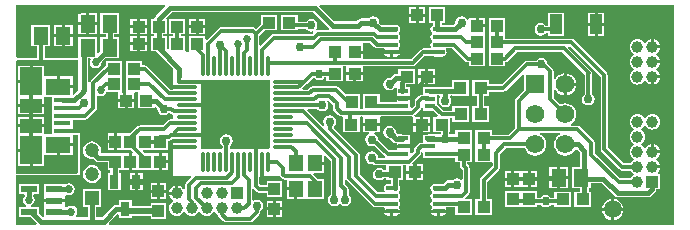
<source format=gtl>
G04 Layer_Physical_Order=1*
G04 Layer_Color=255*
%FSLAX23Y23*%
%MOIN*%
G70*
G01*
G75*
%ADD10R,0.057X0.022*%
%ADD11R,0.039X0.043*%
%ADD12R,0.051X0.059*%
%ADD13R,0.043X0.039*%
%ADD14R,0.031X0.047*%
%ADD15R,0.039X0.067*%
%ADD16O,0.071X0.012*%
%ADD17O,0.012X0.071*%
%ADD18R,0.033X0.016*%
%ADD19R,0.047X0.055*%
%ADD20R,0.083X0.058*%
%ADD21R,0.054X0.018*%
%ADD22R,0.075X0.046*%
%ADD23R,0.075X0.094*%
%ADD24O,0.041X0.016*%
%ADD25C,0.016*%
%ADD26C,0.012*%
%ADD27C,0.020*%
%ADD28C,0.010*%
%ADD29C,0.047*%
%ADD30R,0.047X0.047*%
%ADD31R,0.039X0.039*%
%ADD32C,0.039*%
%ADD33R,0.039X0.039*%
%ADD34C,0.059*%
%ADD35C,0.062*%
%ADD36R,0.062X0.062*%
%ADD37C,0.030*%
%ADD38C,0.027*%
G36*
X657Y1577D02*
X625Y1545D01*
X622Y1541D01*
X621Y1536D01*
X608D01*
Y1484D01*
X621D01*
Y1479D01*
X608D01*
Y1427D01*
X626D01*
X684Y1369D01*
X684Y1299D01*
X675D01*
X597Y1378D01*
X593Y1380D01*
X588Y1381D01*
X588Y1381D01*
X581D01*
Y1395D01*
X526D01*
Y1343D01*
Y1294D01*
X526Y1293D01*
X525Y1289D01*
X515D01*
X514Y1293D01*
X514Y1294D01*
Y1343D01*
Y1395D01*
X459D01*
Y1380D01*
X456Y1379D01*
X456Y1379D01*
X408Y1330D01*
X405Y1326D01*
X405Y1325D01*
X400Y1326D01*
Y1405D01*
X406D01*
X408Y1401D01*
X407Y1399D01*
X405Y1391D01*
X407Y1383D01*
X411Y1377D01*
X417Y1373D01*
X425Y1371D01*
X433Y1373D01*
X439Y1377D01*
X443Y1383D01*
X445Y1391D01*
X445Y1393D01*
X457Y1405D01*
X504D01*
Y1476D01*
X487D01*
Y1485D01*
X504D01*
Y1556D01*
X441D01*
Y1485D01*
X458D01*
Y1476D01*
X441D01*
Y1429D01*
X434Y1422D01*
X429Y1424D01*
Y1476D01*
X366D01*
Y1410D01*
X362Y1406D01*
X255Y1406D01*
Y1444D01*
X274D01*
Y1516D01*
X211D01*
Y1444D01*
X230D01*
Y1410D01*
X227Y1406D01*
X165D01*
X161Y1409D01*
Y1582D01*
X655D01*
X657Y1577D01*
D02*
G37*
G36*
X2352Y850D02*
X470D01*
X468Y855D01*
X497Y884D01*
X502Y882D01*
Y873D01*
X546D01*
Y879D01*
X608D01*
Y867D01*
X660D01*
Y922D01*
X608D01*
Y911D01*
X546D01*
Y932D01*
X502D01*
Y915D01*
X494D01*
X488Y914D01*
X484Y911D01*
X447Y874D01*
X427D01*
Y910D01*
X443D01*
Y969D01*
X383D01*
Y910D01*
X399D01*
Y874D01*
X360D01*
X358Y878D01*
X358Y879D01*
X362Y885D01*
X364Y893D01*
X362Y901D01*
X358Y907D01*
X352Y911D01*
X344Y913D01*
X336Y911D01*
X330Y907D01*
X330Y907D01*
X325D01*
X322Y909D01*
Y913D01*
X322Y914D01*
Y925D01*
X253D01*
Y914D01*
X253Y913D01*
Y909D01*
X253Y908D01*
Y878D01*
X248Y876D01*
X237Y887D01*
Y909D01*
X212D01*
X211Y912D01*
X211Y914D01*
X217Y918D01*
X221Y925D01*
X223Y932D01*
X221Y940D01*
X217Y946D01*
X219Y951D01*
X237D01*
Y984D01*
X168D01*
Y951D01*
X187D01*
X188Y946D01*
X184Y940D01*
X183Y932D01*
X184Y925D01*
X189Y918D01*
X194Y914D01*
X194Y912D01*
X194Y909D01*
X168D01*
Y876D01*
X208D01*
X229Y855D01*
X227Y850D01*
X161D01*
Y1014D01*
X364D01*
X368Y1015D01*
X372Y1019D01*
X374Y1024D01*
Y1149D01*
X372Y1154D01*
X367Y1156D01*
X348D01*
X348Y1156D01*
Y1157D01*
X314D01*
Y1167D01*
X348D01*
Y1200D01*
X390D01*
X390Y1200D01*
X395Y1201D01*
X399Y1204D01*
X426Y1230D01*
X428Y1234D01*
X429Y1239D01*
X429Y1239D01*
Y1278D01*
X434Y1280D01*
X434Y1280D01*
X442Y1278D01*
X450Y1280D01*
X456Y1284D01*
X460Y1290D01*
X461Y1293D01*
X498D01*
X499Y1289D01*
X499Y1288D01*
Y1268D01*
X554D01*
Y1288D01*
X554Y1289D01*
X555Y1293D01*
X565D01*
X566Y1289D01*
X566Y1289D01*
X566Y1289D01*
Y1237D01*
X621D01*
Y1240D01*
X626Y1242D01*
X631Y1237D01*
X631Y1236D01*
X632Y1228D01*
X637Y1221D01*
X644Y1216D01*
X652Y1215D01*
X660Y1216D01*
X667Y1221D01*
X668Y1222D01*
X674Y1222D01*
X677Y1219D01*
X677Y1219D01*
X681Y1217D01*
X684Y1216D01*
Y1201D01*
X674D01*
X669Y1200D01*
X665Y1197D01*
X665Y1197D01*
X649Y1181D01*
X573D01*
X568Y1180D01*
X564Y1178D01*
X564Y1178D01*
X541Y1154D01*
X515D01*
Y1154D01*
X496D01*
Y1126D01*
Y1099D01*
X517D01*
Y1099D01*
X543D01*
X550Y1092D01*
X548Y1087D01*
X546D01*
Y1060D01*
Y1032D01*
X617D01*
Y1032D01*
X636D01*
Y1060D01*
Y1087D01*
X615D01*
Y1087D01*
X589D01*
X582Y1094D01*
X584Y1099D01*
X667D01*
Y1127D01*
X670Y1130D01*
X675Y1131D01*
X679Y1133D01*
X679Y1134D01*
X684Y1132D01*
X684Y1016D01*
X684Y1013D01*
X685Y1012D01*
X688Y1012D01*
X742D01*
X744Y1007D01*
X726Y990D01*
X724Y986D01*
X723Y981D01*
X723Y981D01*
Y968D01*
X718Y967D01*
X717Y968D01*
X713Y973D01*
X708Y977D01*
X702Y980D01*
X700Y980D01*
Y955D01*
X695D01*
Y950D01*
X670D01*
X670Y948D01*
X673Y942D01*
X677Y937D01*
X682Y933D01*
X682Y930D01*
Y930D01*
X682Y927D01*
X677Y923D01*
X673Y918D01*
X670Y912D01*
X669Y905D01*
X670Y898D01*
X673Y892D01*
X677Y887D01*
X682Y883D01*
X688Y880D01*
X695Y879D01*
X702Y880D01*
X708Y883D01*
X713Y887D01*
X717Y892D01*
X720Y892D01*
X720D01*
X723Y892D01*
X727Y887D01*
X732Y883D01*
X738Y880D01*
X745Y879D01*
X752Y880D01*
X758Y883D01*
X763Y887D01*
X767Y892D01*
X770Y892D01*
X770D01*
X773Y892D01*
X777Y887D01*
X782Y883D01*
X788Y880D01*
X795Y879D01*
X802Y880D01*
X808Y883D01*
X813Y887D01*
X817Y892D01*
X820Y892D01*
X820D01*
X823Y892D01*
X827Y887D01*
X832Y883D01*
X833Y882D01*
X834Y880D01*
X836Y876D01*
X851Y861D01*
X855Y859D01*
X860Y858D01*
X860Y858D01*
X940D01*
X940Y858D01*
X945Y859D01*
X949Y861D01*
X971Y883D01*
X973Y887D01*
X974Y892D01*
X974Y892D01*
Y895D01*
X977Y897D01*
X982Y904D01*
X983Y912D01*
X982Y920D01*
X977Y927D01*
X970Y932D01*
X962Y933D01*
X954Y932D01*
X952Y930D01*
X947Y933D01*
Y967D01*
X952Y969D01*
X962Y960D01*
X966Y957D01*
X970Y956D01*
X970Y956D01*
X995D01*
Y941D01*
X1046D01*
Y996D01*
X995D01*
Y981D01*
X975D01*
X971Y985D01*
Y1008D01*
X975Y1012D01*
X1039Y1012D01*
X1039Y1012D01*
X1042Y1008D01*
X1046Y1003D01*
X1050Y1001D01*
X1055Y1000D01*
X1055Y1000D01*
X1063D01*
Y974D01*
X1092D01*
Y969D01*
X1097D01*
Y935D01*
X1122D01*
Y935D01*
X1126D01*
Y935D01*
X1185D01*
Y1002D01*
X1165D01*
X1164Y1003D01*
X1164Y1003D01*
X1151Y1017D01*
X1153Y1022D01*
X1185D01*
Y1050D01*
X1155D01*
Y1060D01*
X1185D01*
Y1078D01*
X1189Y1080D01*
X1208Y1062D01*
Y950D01*
X1205Y948D01*
X1200Y941D01*
X1199Y933D01*
X1200Y925D01*
X1205Y918D01*
X1212Y913D01*
X1220Y912D01*
X1228Y913D01*
X1235Y918D01*
X1236Y918D01*
X1240D01*
X1241Y918D01*
X1248Y913D01*
X1256Y912D01*
X1264Y913D01*
X1271Y918D01*
X1276Y925D01*
X1277Y933D01*
X1276Y941D01*
X1271Y948D01*
X1268Y950D01*
Y967D01*
X1268Y967D01*
X1267Y972D01*
X1265Y976D01*
X1265Y976D01*
X1255Y985D01*
Y997D01*
X1256Y998D01*
X1262Y997D01*
X1348Y912D01*
X1348Y912D01*
X1352Y909D01*
X1357Y908D01*
X1357Y908D01*
X1386D01*
X1386Y908D01*
X1388Y903D01*
X1386Y900D01*
X1386Y900D01*
X1438D01*
X1438Y900D01*
X1435Y904D01*
X1435Y906D01*
Y909D01*
X1435Y910D01*
X1438Y915D01*
X1439Y920D01*
X1438Y926D01*
X1435Y930D01*
X1435Y930D01*
Y936D01*
X1435Y936D01*
X1438Y940D01*
X1439Y946D01*
X1438Y951D01*
X1435Y956D01*
X1435Y957D01*
Y960D01*
X1435Y962D01*
X1438Y966D01*
X1439Y971D01*
X1438Y977D01*
X1437Y978D01*
Y999D01*
X1449D01*
Y1048D01*
X1461D01*
Y1030D01*
X1483D01*
Y1051D01*
X1483D01*
X1481Y1056D01*
X1506Y1081D01*
X1506Y1081D01*
X1509Y1085D01*
X1510Y1090D01*
X1510Y1090D01*
Y1092D01*
X1512Y1093D01*
X1517Y1090D01*
Y1072D01*
X1562D01*
Y1073D01*
X1624D01*
Y1057D01*
X1639D01*
Y1046D01*
X1639Y1046D01*
X1640Y1042D01*
X1643Y1038D01*
X1648Y1033D01*
Y1002D01*
X1643Y1000D01*
X1638Y1003D01*
X1630Y1004D01*
X1622Y1003D01*
X1615Y998D01*
X1614Y997D01*
X1600D01*
X1594Y996D01*
X1590Y993D01*
X1582Y986D01*
X1557D01*
X1557Y986D01*
X1555D01*
X1550Y984D01*
X1545Y981D01*
X1542Y977D01*
X1541Y971D01*
X1542Y966D01*
X1545Y962D01*
X1545Y960D01*
Y957D01*
X1545Y956D01*
X1542Y951D01*
X1541Y946D01*
X1542Y940D01*
X1545Y936D01*
X1545Y936D01*
Y930D01*
X1545Y930D01*
X1542Y926D01*
X1541Y920D01*
X1542Y915D01*
X1545Y910D01*
X1545Y909D01*
Y906D01*
X1545Y904D01*
X1542Y900D01*
X1542Y900D01*
X1594D01*
X1594Y900D01*
X1592Y903D01*
X1594Y908D01*
X1594Y908D01*
X1624D01*
Y882D01*
X1679D01*
Y934D01*
X1658D01*
X1656Y939D01*
X1669Y951D01*
X1669Y951D01*
X1671Y955D01*
X1672Y960D01*
X1672Y960D01*
Y1038D01*
X1672Y1038D01*
X1671Y1043D01*
X1669Y1047D01*
X1669Y1047D01*
X1664Y1051D01*
Y1057D01*
X1679D01*
Y1109D01*
X1679D01*
Y1112D01*
X1679D01*
Y1164D01*
X1624D01*
Y1151D01*
X1606D01*
X1605Y1152D01*
X1604Y1152D01*
Y1157D01*
X1606D01*
Y1206D01*
X1614D01*
Y1192D01*
X1669D01*
Y1244D01*
X1614D01*
Y1230D01*
X1583D01*
X1562Y1251D01*
Y1281D01*
X1571D01*
X1574Y1276D01*
X1570Y1271D01*
X1569Y1263D01*
X1570Y1255D01*
X1575Y1248D01*
X1582Y1243D01*
X1590Y1242D01*
X1598Y1243D01*
X1605Y1248D01*
X1610Y1255D01*
X1611Y1263D01*
X1610Y1271D01*
X1606Y1276D01*
X1609Y1281D01*
X1614D01*
Y1279D01*
X1669D01*
Y1331D01*
X1614D01*
Y1309D01*
X1539D01*
X1538Y1309D01*
X1517D01*
Y1286D01*
X1513Y1283D01*
X1508Y1282D01*
X1504Y1279D01*
X1504Y1279D01*
X1491Y1267D01*
X1489Y1263D01*
X1488Y1258D01*
X1488Y1258D01*
Y1248D01*
X1478Y1239D01*
X1473Y1241D01*
Y1265D01*
X1428D01*
Y1257D01*
X1372D01*
Y1284D01*
X1317D01*
Y1235D01*
X1305D01*
Y1284D01*
X1260D01*
X1236Y1308D01*
X1232Y1310D01*
X1227Y1311D01*
X1227Y1311D01*
X1148D01*
X1148Y1311D01*
X1143Y1310D01*
X1139Y1308D01*
X1139Y1308D01*
X1131Y1299D01*
X1116D01*
X1114Y1304D01*
X1128Y1318D01*
X1149Y1338D01*
X1155Y1338D01*
X1162Y1333D01*
X1170Y1332D01*
X1178Y1333D01*
X1185Y1338D01*
X1187Y1341D01*
X1194D01*
Y1327D01*
X1249D01*
Y1377D01*
X1261D01*
Y1358D01*
X1316D01*
Y1377D01*
X1482D01*
X1482Y1377D01*
X1486Y1378D01*
X1490Y1381D01*
X1522Y1412D01*
X1548D01*
X1550Y1412D01*
X1555Y1410D01*
X1581D01*
X1586Y1412D01*
X1591Y1415D01*
X1594Y1419D01*
X1595Y1425D01*
X1594Y1430D01*
X1592Y1433D01*
X1594Y1438D01*
X1594Y1438D01*
X1613D01*
X1656Y1394D01*
X1656Y1394D01*
X1660Y1392D01*
X1665Y1391D01*
X1669D01*
Y1377D01*
X1724D01*
Y1429D01*
X1724D01*
Y1432D01*
X1724Y1432D01*
Y1482D01*
X1724Y1484D01*
Y1487D01*
X1724Y1489D01*
Y1508D01*
X1697D01*
Y1513D01*
X1692D01*
Y1539D01*
X1669D01*
Y1534D01*
X1664Y1533D01*
X1660Y1538D01*
X1653Y1543D01*
X1645Y1544D01*
X1637Y1543D01*
X1630Y1538D01*
X1625Y1531D01*
X1624Y1523D01*
X1624Y1522D01*
X1618Y1516D01*
X1578D01*
Y1522D01*
X1591D01*
Y1574D01*
X1536D01*
Y1522D01*
X1550D01*
Y1515D01*
X1550Y1514D01*
X1545Y1511D01*
X1542Y1507D01*
X1541Y1501D01*
X1542Y1496D01*
X1545Y1492D01*
X1545Y1490D01*
Y1487D01*
X1545Y1486D01*
X1542Y1481D01*
X1541Y1476D01*
X1542Y1470D01*
X1545Y1466D01*
X1545Y1465D01*
Y1461D01*
X1545Y1460D01*
X1542Y1456D01*
X1541Y1450D01*
X1542Y1445D01*
X1544Y1442D01*
X1542Y1437D01*
X1542Y1437D01*
X1517D01*
X1517Y1437D01*
X1512Y1436D01*
X1508Y1433D01*
X1476Y1402D01*
X1316D01*
Y1420D01*
X1288D01*
Y1430D01*
X1316D01*
Y1451D01*
X1316D01*
X1317Y1456D01*
X1340D01*
X1354Y1442D01*
X1358Y1439D01*
X1363Y1438D01*
X1363Y1438D01*
X1386D01*
X1386Y1438D01*
X1388Y1433D01*
X1386Y1430D01*
X1386Y1430D01*
X1438D01*
X1438Y1430D01*
X1435Y1434D01*
X1435Y1436D01*
Y1439D01*
X1435Y1440D01*
X1438Y1445D01*
X1439Y1450D01*
X1438Y1456D01*
X1435Y1460D01*
X1435Y1461D01*
Y1465D01*
X1435Y1466D01*
X1438Y1470D01*
X1439Y1476D01*
X1438Y1481D01*
X1435Y1486D01*
X1435Y1487D01*
Y1490D01*
X1435Y1492D01*
X1438Y1496D01*
X1439Y1501D01*
X1438Y1507D01*
X1435Y1511D01*
X1430Y1514D01*
X1425Y1516D01*
X1423D01*
X1423Y1516D01*
X1377D01*
X1371Y1522D01*
X1371Y1523D01*
X1370Y1531D01*
X1365Y1538D01*
X1358Y1543D01*
X1350Y1544D01*
X1342Y1543D01*
X1335Y1538D01*
X1334Y1537D01*
X1310D01*
X1305Y1536D01*
X1300Y1533D01*
X1294Y1527D01*
X1221D01*
X1171Y1577D01*
X1173Y1582D01*
X2352D01*
Y850D01*
D02*
G37*
G36*
X1204Y1504D02*
X1204Y1501D01*
X1203Y1499D01*
X1166D01*
X1166Y1499D01*
X1164Y1498D01*
X1161Y1502D01*
X1161Y1503D01*
X1163Y1506D01*
X1164Y1514D01*
X1163Y1522D01*
X1158Y1529D01*
X1151Y1534D01*
X1143Y1535D01*
X1135Y1534D01*
X1128Y1529D01*
X1126Y1526D01*
X1098D01*
Y1549D01*
X1043D01*
Y1497D01*
X1098D01*
Y1502D01*
X1126D01*
X1128Y1499D01*
X1135Y1494D01*
X1143Y1493D01*
X1149Y1494D01*
X1151Y1489D01*
X1147Y1485D01*
X1020D01*
X1020Y1485D01*
X1015Y1484D01*
X1011Y1482D01*
X976Y1446D01*
X971Y1448D01*
Y1480D01*
X988Y1497D01*
X1031D01*
Y1549D01*
X976D01*
Y1519D01*
X959Y1502D01*
X957Y1504D01*
X953Y1507D01*
X948Y1508D01*
X948Y1508D01*
X843D01*
X843Y1508D01*
X839Y1507D01*
X835Y1504D01*
X835Y1504D01*
X796Y1465D01*
X791Y1467D01*
Y1479D01*
X736D01*
Y1429D01*
X733Y1425D01*
X728Y1425D01*
X724Y1428D01*
X724Y1429D01*
Y1479D01*
X709D01*
Y1484D01*
X724D01*
Y1536D01*
X669D01*
Y1484D01*
X684D01*
Y1479D01*
X669D01*
Y1436D01*
X664Y1434D01*
X663Y1434D01*
Y1479D01*
X650D01*
Y1484D01*
X663D01*
Y1536D01*
X662D01*
X660Y1540D01*
X679Y1559D01*
X1149D01*
X1204Y1504D01*
D02*
G37*
G36*
X1005Y1333D02*
X1005Y1107D01*
X1001Y1103D01*
X873Y1103D01*
Y1113D01*
X876Y1115D01*
X880Y1122D01*
X882Y1130D01*
X880Y1138D01*
X876Y1145D01*
X869Y1150D01*
X860Y1151D01*
X852Y1150D01*
X845Y1145D01*
X841Y1138D01*
X839Y1130D01*
X841Y1122D01*
X845Y1115D01*
X848Y1113D01*
Y1107D01*
X845Y1103D01*
X775Y1103D01*
X775Y1333D01*
X1005Y1333D01*
D02*
G37*
G36*
X1216Y1249D02*
Y1238D01*
X1216Y1238D01*
X1217Y1233D01*
X1219Y1229D01*
X1234Y1214D01*
X1234Y1214D01*
X1238Y1212D01*
X1243Y1211D01*
X1243Y1211D01*
X1246D01*
X1250Y1209D01*
Y1157D01*
X1305D01*
Y1209D01*
X1309Y1211D01*
X1313D01*
X1317Y1209D01*
X1317Y1206D01*
Y1188D01*
X1372D01*
Y1206D01*
X1372Y1209D01*
X1376Y1211D01*
X1480D01*
X1480Y1211D01*
X1484Y1207D01*
Y1188D01*
X1507D01*
Y1209D01*
X1489D01*
X1487Y1214D01*
X1488Y1214D01*
X1509Y1235D01*
X1509Y1235D01*
X1511Y1238D01*
X1512Y1240D01*
X1517Y1240D01*
Y1230D01*
X1549D01*
X1565Y1214D01*
X1563Y1209D01*
X1551D01*
Y1157D01*
X1576D01*
Y1152D01*
X1575Y1152D01*
X1574Y1151D01*
X1533D01*
X1533Y1150D01*
X1517D01*
Y1123D01*
X1509D01*
X1509Y1123D01*
X1504Y1122D01*
X1500Y1119D01*
X1489Y1108D01*
X1486Y1104D01*
X1486Y1100D01*
X1486Y1100D01*
Y1095D01*
X1478Y1087D01*
X1473Y1089D01*
Y1106D01*
X1428D01*
Y1097D01*
X1403D01*
X1366Y1134D01*
X1365Y1141D01*
X1360Y1148D01*
X1354Y1152D01*
X1354Y1155D01*
X1355Y1157D01*
X1372D01*
Y1178D01*
X1317D01*
Y1157D01*
X1335D01*
X1336Y1155D01*
X1336Y1152D01*
X1330Y1148D01*
X1325Y1141D01*
X1324Y1133D01*
X1325Y1125D01*
X1330Y1118D01*
X1337Y1113D01*
X1345Y1112D01*
X1353Y1113D01*
X1389Y1077D01*
X1388Y1075D01*
X1387Y1072D01*
X1367D01*
X1366Y1073D01*
X1365Y1081D01*
X1360Y1088D01*
X1353Y1093D01*
X1345Y1094D01*
X1337Y1093D01*
X1330Y1088D01*
X1325Y1081D01*
X1324Y1073D01*
X1325Y1065D01*
X1330Y1058D01*
X1337Y1053D01*
X1345Y1052D01*
X1349Y1052D01*
X1349Y1051D01*
X1349Y1051D01*
X1353Y1049D01*
X1358Y1048D01*
X1394D01*
Y1032D01*
X1386D01*
X1385Y1033D01*
X1378Y1038D01*
X1370Y1039D01*
X1362Y1038D01*
X1355Y1033D01*
X1350Y1026D01*
X1349Y1018D01*
X1350Y1010D01*
X1355Y1003D01*
X1362Y998D01*
X1370Y997D01*
X1378Y998D01*
X1385Y1003D01*
X1386Y1004D01*
X1394D01*
Y999D01*
X1409D01*
Y986D01*
X1399D01*
X1394Y984D01*
X1389Y981D01*
X1386Y977D01*
X1385Y971D01*
X1386Y966D01*
X1388Y963D01*
X1386Y958D01*
X1386Y958D01*
X1365D01*
X1306Y1017D01*
Y1081D01*
X1306Y1081D01*
X1305Y1086D01*
X1303Y1090D01*
X1220Y1172D01*
X1220Y1178D01*
X1225Y1185D01*
X1226Y1193D01*
X1225Y1201D01*
X1220Y1208D01*
X1213Y1213D01*
X1205Y1214D01*
X1197Y1213D01*
X1190Y1208D01*
X1185Y1201D01*
X1184Y1193D01*
X1185Y1185D01*
X1187Y1182D01*
X1183Y1179D01*
X1131Y1231D01*
X1133Y1235D01*
X1163D01*
X1165Y1233D01*
X1172Y1228D01*
X1180Y1227D01*
X1188Y1228D01*
X1195Y1233D01*
X1200Y1240D01*
X1201Y1248D01*
X1200Y1256D01*
X1196Y1262D01*
X1200Y1265D01*
X1216Y1249D01*
D02*
G37*
G36*
X367Y1400D02*
Y1298D01*
X352Y1283D01*
X348Y1285D01*
Y1305D01*
X300D01*
Y1310D01*
X295D01*
Y1345D01*
X253D01*
Y1380D01*
X215D01*
Y1328D01*
X210D01*
Y1323D01*
X166D01*
Y1275D01*
Y1251D01*
X253D01*
Y1275D01*
X281D01*
Y1249D01*
Y1224D01*
Y1198D01*
Y1151D01*
X253D01*
Y1175D01*
X166D01*
Y1151D01*
Y1103D01*
X210D01*
Y1098D01*
X215D01*
Y1046D01*
X253D01*
Y1081D01*
X295D01*
Y1116D01*
X300D01*
Y1121D01*
X348D01*
Y1149D01*
X367D01*
Y1024D01*
X364Y1020D01*
X161D01*
Y1396D01*
X165Y1400D01*
X367Y1400D01*
D02*
G37*
%LPC*%
G36*
X1875Y1029D02*
Y1006D01*
X1896D01*
Y1029D01*
X1875D01*
D02*
G37*
G36*
X1810Y1029D02*
X1789D01*
Y1006D01*
X1810D01*
Y1029D01*
D02*
G37*
G36*
X1516Y1020D02*
X1493D01*
Y999D01*
X1516D01*
Y1020D01*
D02*
G37*
G36*
Y1051D02*
X1493D01*
Y1030D01*
X1516D01*
Y1051D01*
D02*
G37*
G36*
X2000Y1042D02*
X1973D01*
Y1011D01*
X2000D01*
Y1042D01*
D02*
G37*
G36*
X1963D02*
X1937D01*
Y1011D01*
X1963D01*
Y1042D01*
D02*
G37*
G36*
X413Y1048D02*
X405Y1047D01*
X398Y1044D01*
X392Y1039D01*
X387Y1033D01*
X384Y1026D01*
X383Y1018D01*
X384Y1010D01*
X387Y1003D01*
X392Y997D01*
X398Y992D01*
X405Y989D01*
X413Y988D01*
X421Y989D01*
X428Y992D01*
X434Y997D01*
X439Y1003D01*
X442Y1010D01*
X443Y1018D01*
X442Y1026D01*
X439Y1033D01*
X434Y1039D01*
X428Y1044D01*
X421Y1047D01*
X413Y1048D01*
D02*
G37*
G36*
X1896Y996D02*
X1875D01*
Y974D01*
X1896D01*
Y996D01*
D02*
G37*
G36*
X1810Y996D02*
X1789D01*
Y974D01*
X1810D01*
Y996D01*
D02*
G37*
G36*
X1483Y1020D02*
X1461D01*
Y999D01*
X1483D01*
Y1020D01*
D02*
G37*
G36*
X583Y1023D02*
X566D01*
Y998D01*
X583D01*
Y1023D01*
D02*
G37*
G36*
X556D02*
X540D01*
Y998D01*
X556D01*
Y1023D01*
D02*
G37*
G36*
X667Y1055D02*
X646D01*
Y1032D01*
X667D01*
Y1055D01*
D02*
G37*
G36*
X1507Y1178D02*
X1484D01*
Y1157D01*
X1507D01*
Y1178D01*
D02*
G37*
G36*
X486Y1154D02*
X465D01*
Y1131D01*
X486D01*
Y1154D01*
D02*
G37*
G36*
X1405Y1179D02*
X1397Y1178D01*
X1390Y1173D01*
X1385Y1166D01*
X1384Y1158D01*
X1385Y1150D01*
X1390Y1143D01*
X1397Y1138D01*
X1400Y1138D01*
X1401Y1137D01*
X1407Y1136D01*
X1407Y1136D01*
X1417Y1126D01*
X1421Y1123D01*
X1427Y1122D01*
X1428D01*
Y1116D01*
X1473D01*
Y1123D01*
Y1150D01*
X1447D01*
X1447Y1151D01*
X1432D01*
X1426Y1157D01*
X1426Y1158D01*
X1425Y1166D01*
X1420Y1173D01*
X1413Y1178D01*
X1405Y1179D01*
D02*
G37*
G36*
X253Y1209D02*
X215D01*
Y1185D01*
X253D01*
Y1209D01*
D02*
G37*
G36*
X205D02*
X166D01*
Y1185D01*
X205D01*
Y1209D01*
D02*
G37*
G36*
X1539Y1178D02*
X1517D01*
Y1157D01*
X1539D01*
Y1178D01*
D02*
G37*
G36*
X348Y1111D02*
X305D01*
Y1081D01*
X348D01*
Y1111D01*
D02*
G37*
G36*
X667Y1087D02*
X646D01*
Y1065D01*
X667D01*
Y1087D01*
D02*
G37*
G36*
X205Y1093D02*
X166D01*
Y1046D01*
X205D01*
Y1093D01*
D02*
G37*
G36*
X1524Y1574D02*
X1502D01*
Y1553D01*
X1524D01*
Y1574D01*
D02*
G37*
G36*
X486Y1121D02*
X465D01*
Y1099D01*
X486D01*
Y1121D01*
D02*
G37*
G36*
X2286Y1118D02*
Y1097D01*
X2306D01*
X2306Y1099D01*
X2303Y1105D01*
X2299Y1111D01*
X2294Y1115D01*
X2287Y1117D01*
X2286Y1118D01*
D02*
G37*
G36*
X1844Y1029D02*
X1839Y1029D01*
X1820D01*
Y1001D01*
Y974D01*
X1839D01*
X1841Y974D01*
X1846Y974D01*
X1865D01*
Y1001D01*
Y1029D01*
X1846D01*
X1844Y1029D01*
D02*
G37*
G36*
X2144Y936D02*
X2140Y936D01*
X2131Y932D01*
X2124Y926D01*
X2118Y919D01*
X2114Y910D01*
X2114Y906D01*
X2144D01*
Y936D01*
D02*
G37*
G36*
X1594Y890D02*
X1573D01*
Y880D01*
X1581D01*
X1586Y882D01*
X1591Y885D01*
X1594Y889D01*
X1594Y890D01*
D02*
G37*
G36*
X1563D02*
X1542D01*
X1542Y889D01*
X1545Y885D01*
X1550Y882D01*
X1555Y880D01*
X1563D01*
Y890D01*
D02*
G37*
G36*
X1046Y929D02*
X1026D01*
Y907D01*
X1046D01*
Y929D01*
D02*
G37*
G36*
X1016D02*
X995D01*
Y907D01*
X1016D01*
Y929D01*
D02*
G37*
G36*
X2154Y936D02*
Y906D01*
X2184D01*
X2184Y910D01*
X2180Y919D01*
X2174Y926D01*
X2167Y932D01*
X2158Y936D01*
X2154Y936D01*
D02*
G37*
G36*
X1016Y897D02*
X995D01*
Y874D01*
X1016D01*
Y897D01*
D02*
G37*
G36*
X2184Y896D02*
X2154D01*
Y866D01*
X2158Y866D01*
X2167Y870D01*
X2174Y876D01*
X2180Y883D01*
X2184Y892D01*
X2184Y896D01*
D02*
G37*
G36*
X2144D02*
X2114D01*
X2114Y892D01*
X2118Y883D01*
X2124Y876D01*
X2131Y870D01*
X2140Y866D01*
X2144Y866D01*
Y896D01*
D02*
G37*
G36*
X1438Y890D02*
X1417D01*
Y880D01*
X1425D01*
X1430Y882D01*
X1435Y885D01*
X1438Y889D01*
X1438Y890D01*
D02*
G37*
G36*
X1407D02*
X1386D01*
X1386Y889D01*
X1389Y885D01*
X1394Y882D01*
X1399Y880D01*
X1407D01*
Y890D01*
D02*
G37*
G36*
X1046Y897D02*
X1026D01*
Y874D01*
X1046D01*
Y897D01*
D02*
G37*
G36*
X1841Y962D02*
Y962D01*
X1839Y962D01*
X1789D01*
Y907D01*
X1841D01*
Y907D01*
X1844D01*
Y907D01*
X1896D01*
Y916D01*
X1908D01*
X1910Y913D01*
X1917Y908D01*
X1925Y907D01*
X1933Y908D01*
X1940Y913D01*
X1942Y916D01*
X1954D01*
Y908D01*
X2009D01*
Y960D01*
X1954D01*
Y940D01*
X1942D01*
X1940Y943D01*
X1933Y948D01*
X1925Y949D01*
X1917Y948D01*
X1910Y943D01*
X1908Y940D01*
X1896D01*
Y962D01*
X1846D01*
X1844Y962D01*
Y962D01*
X1841D01*
D02*
G37*
G36*
X629Y989D02*
X608D01*
Y966D01*
X629D01*
Y989D01*
D02*
G37*
G36*
X583Y988D02*
X566D01*
Y964D01*
X583D01*
Y988D01*
D02*
G37*
G36*
X556D02*
X540D01*
Y964D01*
X556D01*
Y988D01*
D02*
G37*
G36*
X2000Y1001D02*
X1973D01*
Y971D01*
X2000D01*
Y1001D01*
D02*
G37*
G36*
X1963D02*
X1937D01*
Y971D01*
X1963D01*
Y1001D01*
D02*
G37*
G36*
X660Y989D02*
X639D01*
Y966D01*
X660D01*
Y989D01*
D02*
G37*
G36*
X1087Y964D02*
X1063D01*
Y935D01*
X1087D01*
Y964D01*
D02*
G37*
G36*
X660Y956D02*
X639D01*
Y934D01*
X660D01*
Y956D01*
D02*
G37*
G36*
X629D02*
X608D01*
Y934D01*
X629D01*
Y956D01*
D02*
G37*
G36*
X413Y1127D02*
X405Y1126D01*
X398Y1123D01*
X392Y1118D01*
X387Y1112D01*
X384Y1104D01*
X383Y1097D01*
X384Y1089D01*
X387Y1082D01*
X392Y1076D01*
X398Y1071D01*
X405Y1068D01*
X413Y1067D01*
X419Y1068D01*
X424Y1063D01*
X429Y1060D01*
X434Y1059D01*
X465D01*
Y1032D01*
X473D01*
Y1023D01*
X465D01*
Y964D01*
X508D01*
Y1023D01*
X502D01*
Y1032D01*
X536D01*
Y1060D01*
Y1087D01*
X465D01*
Y1087D01*
X446D01*
X442Y1092D01*
X443Y1097D01*
X442Y1104D01*
X439Y1112D01*
X434Y1118D01*
X428Y1123D01*
X421Y1126D01*
X413Y1127D01*
D02*
G37*
G36*
X690Y980D02*
X688Y980D01*
X682Y977D01*
X677Y973D01*
X673Y968D01*
X670Y962D01*
X670Y960D01*
X690D01*
Y980D01*
D02*
G37*
G36*
X335Y987D02*
X327Y985D01*
X327Y985D01*
X322Y984D01*
Y984D01*
X322Y984D01*
X253D01*
Y952D01*
X253Y951D01*
Y947D01*
X253Y946D01*
Y935D01*
X322D01*
X322Y946D01*
X326Y950D01*
X327Y949D01*
X335Y947D01*
X343Y949D01*
X349Y953D01*
X353Y959D01*
X355Y967D01*
X353Y975D01*
X349Y981D01*
X343Y985D01*
X335Y987D01*
D02*
G37*
G36*
X564Y1505D02*
X541D01*
Y1484D01*
X564D01*
Y1505D01*
D02*
G37*
G36*
X2119Y1512D02*
X2098D01*
Y1478D01*
X2119D01*
Y1512D01*
D02*
G37*
G36*
X2088D02*
X2067D01*
Y1478D01*
X2088D01*
Y1512D01*
D02*
G37*
G36*
X791Y1505D02*
X768D01*
Y1484D01*
X791D01*
Y1505D01*
D02*
G37*
G36*
X758D02*
X736D01*
Y1484D01*
X758D01*
Y1505D01*
D02*
G37*
G36*
X596D02*
X574D01*
Y1484D01*
X596D01*
Y1505D01*
D02*
G37*
G36*
X349Y1475D02*
X322D01*
Y1444D01*
X349D01*
Y1475D01*
D02*
G37*
G36*
X312D02*
X286D01*
Y1444D01*
X312D01*
Y1475D01*
D02*
G37*
G36*
X596Y1448D02*
X574D01*
Y1427D01*
X596D01*
Y1448D01*
D02*
G37*
G36*
Y1479D02*
X574D01*
Y1458D01*
X596D01*
Y1479D01*
D02*
G37*
G36*
X564D02*
X541D01*
Y1458D01*
X564D01*
Y1479D01*
D02*
G37*
G36*
X2286Y1468D02*
Y1447D01*
X2306D01*
X2306Y1449D01*
X2303Y1455D01*
X2299Y1461D01*
X2294Y1465D01*
X2287Y1467D01*
X2286Y1468D01*
D02*
G37*
G36*
X393Y1515D02*
X366D01*
Y1485D01*
X393D01*
Y1515D01*
D02*
G37*
G36*
X791Y1536D02*
X768D01*
Y1515D01*
X791D01*
Y1536D01*
D02*
G37*
G36*
X758D02*
X736D01*
Y1515D01*
X758D01*
Y1536D01*
D02*
G37*
G36*
X596D02*
X574D01*
Y1515D01*
X596D01*
Y1536D01*
D02*
G37*
G36*
X2119Y1556D02*
X2098D01*
Y1522D01*
X2119D01*
Y1556D01*
D02*
G37*
G36*
X2088D02*
X2067D01*
Y1522D01*
X2088D01*
Y1556D01*
D02*
G37*
G36*
X1724Y1539D02*
X1702D01*
Y1518D01*
X1724D01*
Y1539D01*
D02*
G37*
G36*
X349Y1516D02*
X322D01*
Y1485D01*
X349D01*
Y1516D01*
D02*
G37*
G36*
X312D02*
X286D01*
Y1485D01*
X312D01*
Y1516D01*
D02*
G37*
G36*
X429Y1515D02*
X403D01*
Y1485D01*
X429D01*
Y1515D01*
D02*
G37*
G36*
X564Y1536D02*
X541D01*
Y1515D01*
X564D01*
Y1536D01*
D02*
G37*
G36*
X1985Y1556D02*
X1933D01*
Y1513D01*
X1926D01*
X1924Y1516D01*
X1917Y1521D01*
X1909Y1522D01*
X1901Y1521D01*
X1894Y1516D01*
X1889Y1509D01*
X1888Y1501D01*
X1889Y1493D01*
X1894Y1486D01*
X1901Y1481D01*
X1909Y1480D01*
X1917Y1481D01*
X1924Y1486D01*
X1926Y1489D01*
X1933D01*
Y1478D01*
X1985D01*
Y1556D01*
D02*
G37*
G36*
X1492Y1543D02*
X1469D01*
Y1522D01*
X1492D01*
Y1543D01*
D02*
G37*
G36*
X564Y1448D02*
X541D01*
Y1427D01*
X564D01*
Y1448D01*
D02*
G37*
G36*
X429Y1556D02*
X403D01*
Y1525D01*
X429D01*
Y1556D01*
D02*
G37*
G36*
X2027Y1312D02*
X1995D01*
Y1281D01*
X2000Y1281D01*
X2009Y1285D01*
X2016Y1291D01*
X2022Y1299D01*
X2026Y1308D01*
X2027Y1312D01*
D02*
G37*
G36*
X1791Y1539D02*
X1736D01*
Y1487D01*
X1736D01*
Y1484D01*
X1736D01*
Y1432D01*
X1736D01*
Y1429D01*
X1736D01*
Y1377D01*
X1791D01*
Y1391D01*
X1795Y1392D01*
X1799Y1394D01*
X1829Y1425D01*
X1980D01*
X2055Y1350D01*
Y1285D01*
X2052Y1283D01*
X2047Y1276D01*
X2046Y1268D01*
X2047Y1260D01*
X2052Y1253D01*
X2059Y1248D01*
X2067Y1247D01*
X2075Y1248D01*
X2082Y1253D01*
X2087Y1260D01*
X2088Y1268D01*
X2087Y1276D01*
X2082Y1283D01*
X2079Y1285D01*
Y1349D01*
X2079Y1349D01*
X2080Y1354D01*
X2079Y1359D01*
X2077Y1363D01*
X2000Y1439D01*
X2002Y1444D01*
X2005Y1445D01*
X2108Y1342D01*
Y1102D01*
X2108Y1102D01*
X2109Y1098D01*
X2111Y1094D01*
X2171Y1034D01*
X2171Y1034D01*
X2175Y1031D01*
X2180Y1030D01*
X2208D01*
X2208Y1029D01*
X2212Y1024D01*
X2217Y1020D01*
X2218Y1017D01*
Y1017D01*
X2217Y1015D01*
X2212Y1011D01*
X2208Y1005D01*
X2208Y1005D01*
X2173D01*
X2089Y1088D01*
Y1121D01*
X2088Y1126D01*
X2086Y1130D01*
X2086Y1130D01*
X2039Y1177D01*
X2035Y1179D01*
X2030Y1180D01*
X2030Y1180D01*
X2010D01*
X2009Y1185D01*
X2009Y1185D01*
X2016Y1191D01*
X2022Y1199D01*
X2026Y1208D01*
X2027Y1217D01*
X2026Y1227D01*
X2022Y1236D01*
X2016Y1244D01*
X2009Y1250D01*
X2000Y1253D01*
X1990Y1255D01*
X1980Y1253D01*
X1974Y1251D01*
X1952Y1272D01*
Y1299D01*
X1957Y1300D01*
X1958Y1299D01*
X1964Y1291D01*
X1971Y1285D01*
X1980Y1281D01*
X1985Y1281D01*
Y1317D01*
Y1354D01*
X1980Y1353D01*
X1971Y1350D01*
X1964Y1344D01*
X1958Y1336D01*
X1957Y1335D01*
X1952Y1336D01*
Y1361D01*
X1952Y1361D01*
X1951Y1366D01*
X1949Y1370D01*
X1949Y1370D01*
X1931Y1387D01*
X1930Y1392D01*
X1925Y1399D01*
X1918Y1404D01*
X1910Y1405D01*
X1902Y1404D01*
X1895Y1399D01*
X1893Y1396D01*
X1862D01*
X1858Y1395D01*
X1854Y1393D01*
X1854Y1393D01*
X1778Y1317D01*
X1736D01*
Y1331D01*
X1681D01*
Y1279D01*
X1696D01*
Y1244D01*
X1681D01*
Y1192D01*
X1736D01*
Y1244D01*
X1720D01*
Y1279D01*
X1736D01*
Y1293D01*
X1783D01*
X1783Y1293D01*
X1788Y1294D01*
X1792Y1296D01*
X1848Y1352D01*
X1853Y1350D01*
Y1298D01*
X1826Y1271D01*
X1824Y1267D01*
X1823Y1262D01*
X1823Y1262D01*
Y1173D01*
X1800Y1150D01*
X1746D01*
Y1164D01*
X1691D01*
Y1112D01*
X1691D01*
Y1109D01*
X1691D01*
Y1057D01*
X1746D01*
X1748Y1053D01*
Y1045D01*
X1710Y1007D01*
X1707Y1003D01*
X1706Y998D01*
X1706Y998D01*
Y934D01*
X1691D01*
Y882D01*
X1746D01*
Y934D01*
X1731D01*
Y993D01*
X1769Y1031D01*
X1769Y1031D01*
X1771Y1035D01*
X1772Y1040D01*
Y1085D01*
X1792Y1105D01*
X1855D01*
X1858Y1099D01*
X1864Y1091D01*
X1871Y1085D01*
X1880Y1081D01*
X1890Y1080D01*
X1900Y1081D01*
X1909Y1085D01*
X1916Y1091D01*
X1922Y1099D01*
X1926Y1108D01*
X1927Y1117D01*
X1926Y1127D01*
X1922Y1136D01*
X1916Y1144D01*
X1909Y1150D01*
X1906Y1151D01*
X1907Y1156D01*
X1973D01*
X1974Y1151D01*
X1971Y1150D01*
X1964Y1144D01*
X1958Y1136D01*
X1954Y1127D01*
X1953Y1117D01*
X1954Y1108D01*
X1958Y1099D01*
X1964Y1091D01*
X1971Y1085D01*
X1980Y1081D01*
X1990Y1080D01*
X2000Y1081D01*
X2009Y1085D01*
X2016Y1091D01*
X2022Y1099D01*
X2023Y1100D01*
X2029Y1101D01*
X2040Y1090D01*
Y1042D01*
X2012D01*
Y971D01*
X2040D01*
Y960D01*
X2021D01*
Y908D01*
X2076D01*
Y960D01*
X2068D01*
Y971D01*
X2075D01*
Y989D01*
X2111D01*
X2155Y945D01*
X2160Y942D01*
X2165Y941D01*
X2267D01*
X2272Y942D01*
X2277Y945D01*
X2291Y959D01*
X2294Y963D01*
X2294Y967D01*
X2306D01*
Y1018D01*
X2299D01*
X2298Y1023D01*
X2299Y1024D01*
X2303Y1029D01*
X2306Y1036D01*
X2306Y1037D01*
X2281D01*
Y1047D01*
X2306D01*
X2306Y1049D01*
X2303Y1055D01*
X2299Y1061D01*
X2294Y1065D01*
X2293Y1067D01*
Y1067D01*
X2294Y1070D01*
X2299Y1074D01*
X2303Y1079D01*
X2306Y1086D01*
X2306Y1087D01*
X2281D01*
Y1092D01*
X2276D01*
Y1118D01*
X2274Y1117D01*
X2268Y1115D01*
X2262Y1111D01*
X2258Y1106D01*
X2256Y1105D01*
X2256D01*
X2253Y1106D01*
X2249Y1111D01*
X2244Y1115D01*
X2243Y1117D01*
Y1117D01*
X2244Y1120D01*
X2249Y1124D01*
X2253Y1129D01*
X2256Y1136D01*
X2257Y1142D01*
X2256Y1149D01*
X2253Y1155D01*
X2249Y1161D01*
X2244Y1165D01*
X2243Y1167D01*
Y1167D01*
X2244Y1170D01*
X2249Y1174D01*
X2253Y1179D01*
X2256Y1180D01*
X2256D01*
X2258Y1179D01*
X2262Y1174D01*
X2268Y1170D01*
X2274Y1167D01*
X2281Y1166D01*
X2287Y1167D01*
X2294Y1170D01*
X2299Y1174D01*
X2303Y1179D01*
X2306Y1186D01*
X2307Y1192D01*
X2306Y1199D01*
X2303Y1205D01*
X2299Y1211D01*
X2294Y1215D01*
X2287Y1217D01*
X2281Y1218D01*
X2274Y1217D01*
X2268Y1215D01*
X2262Y1211D01*
X2258Y1206D01*
X2256Y1205D01*
X2256D01*
X2253Y1206D01*
X2249Y1211D01*
X2244Y1215D01*
X2237Y1217D01*
X2231Y1218D01*
X2224Y1217D01*
X2218Y1215D01*
X2212Y1211D01*
X2208Y1205D01*
X2206Y1199D01*
X2205Y1192D01*
X2206Y1186D01*
X2208Y1179D01*
X2212Y1174D01*
X2217Y1170D01*
X2218Y1167D01*
Y1167D01*
X2217Y1165D01*
X2212Y1161D01*
X2208Y1155D01*
X2206Y1149D01*
X2205Y1142D01*
X2206Y1136D01*
X2208Y1129D01*
X2212Y1124D01*
X2217Y1120D01*
X2218Y1117D01*
Y1117D01*
X2217Y1115D01*
X2212Y1111D01*
X2208Y1105D01*
X2206Y1099D01*
X2205Y1092D01*
X2206Y1086D01*
X2208Y1079D01*
X2212Y1074D01*
X2217Y1070D01*
X2218Y1067D01*
Y1067D01*
X2217Y1065D01*
X2212Y1061D01*
X2208Y1055D01*
X2208Y1055D01*
X2185D01*
X2132Y1107D01*
Y1347D01*
X2132Y1347D01*
X2131Y1352D01*
X2129Y1356D01*
X2018Y1467D01*
X2014Y1469D01*
X2009Y1470D01*
X2009Y1470D01*
X1791D01*
Y1484D01*
X1791D01*
Y1487D01*
X1791D01*
Y1539D01*
D02*
G37*
G36*
X2306Y1337D02*
X2286D01*
Y1317D01*
X2287Y1317D01*
X2294Y1320D01*
X2299Y1324D01*
X2303Y1329D01*
X2306Y1336D01*
X2306Y1337D01*
D02*
G37*
G36*
X2231Y1468D02*
X2224Y1467D01*
X2218Y1465D01*
X2212Y1461D01*
X2208Y1455D01*
X2206Y1449D01*
X2205Y1442D01*
X2206Y1436D01*
X2208Y1429D01*
X2212Y1424D01*
X2217Y1420D01*
X2218Y1417D01*
Y1417D01*
X2217Y1415D01*
X2212Y1411D01*
X2208Y1405D01*
X2206Y1399D01*
X2205Y1392D01*
X2206Y1386D01*
X2208Y1379D01*
X2212Y1374D01*
X2217Y1370D01*
X2218Y1367D01*
Y1367D01*
X2217Y1365D01*
X2212Y1361D01*
X2208Y1355D01*
X2206Y1349D01*
X2205Y1342D01*
X2206Y1336D01*
X2208Y1329D01*
X2212Y1324D01*
X2218Y1320D01*
X2224Y1317D01*
X2231Y1316D01*
X2237Y1317D01*
X2244Y1320D01*
X2249Y1324D01*
X2253Y1329D01*
X2256Y1330D01*
X2256D01*
X2258Y1329D01*
X2262Y1324D01*
X2268Y1320D01*
X2274Y1317D01*
X2276Y1317D01*
Y1342D01*
X2281D01*
Y1347D01*
X2306D01*
X2306Y1349D01*
X2303Y1355D01*
X2299Y1361D01*
X2294Y1365D01*
X2293Y1367D01*
Y1367D01*
X2294Y1370D01*
X2299Y1374D01*
X2303Y1379D01*
X2306Y1386D01*
X2306Y1387D01*
X2281D01*
Y1397D01*
X2306D01*
X2306Y1399D01*
X2303Y1405D01*
X2299Y1411D01*
X2294Y1415D01*
X2293Y1417D01*
Y1417D01*
X2294Y1420D01*
X2299Y1424D01*
X2303Y1429D01*
X2306Y1436D01*
X2306Y1437D01*
X2281D01*
Y1442D01*
X2276D01*
Y1468D01*
X2274Y1467D01*
X2268Y1465D01*
X2262Y1461D01*
X2258Y1456D01*
X2256Y1455D01*
X2256D01*
X2253Y1456D01*
X2249Y1461D01*
X2244Y1465D01*
X2237Y1467D01*
X2231Y1468D01*
D02*
G37*
G36*
X348Y1345D02*
X305D01*
Y1315D01*
X348D01*
Y1345D01*
D02*
G37*
G36*
X253Y1241D02*
X215D01*
Y1217D01*
X253D01*
Y1241D01*
D02*
G37*
G36*
X205D02*
X166D01*
Y1217D01*
X205D01*
Y1241D01*
D02*
G37*
G36*
X1539Y1209D02*
X1517D01*
Y1188D01*
X1539D01*
Y1209D01*
D02*
G37*
G36*
X554Y1258D02*
X532D01*
Y1237D01*
X554D01*
Y1258D01*
D02*
G37*
G36*
X522D02*
X499D01*
Y1237D01*
X522D01*
Y1258D01*
D02*
G37*
G36*
X1492Y1574D02*
X1469D01*
Y1553D01*
X1492D01*
Y1574D01*
D02*
G37*
G36*
X1523Y1338D02*
X1501D01*
Y1317D01*
X1523D01*
Y1338D01*
D02*
G37*
G36*
X393Y1556D02*
X366D01*
Y1525D01*
X393D01*
Y1556D01*
D02*
G37*
G36*
X1556Y1369D02*
X1533D01*
Y1348D01*
X1556D01*
Y1369D01*
D02*
G37*
G36*
X1523D02*
X1501D01*
Y1348D01*
X1523D01*
Y1369D01*
D02*
G37*
G36*
X1438Y1420D02*
X1417D01*
Y1410D01*
X1425D01*
X1430Y1412D01*
X1435Y1415D01*
X1438Y1419D01*
X1438Y1420D01*
D02*
G37*
G36*
X1407D02*
X1386D01*
X1386Y1419D01*
X1389Y1415D01*
X1394Y1412D01*
X1399Y1410D01*
X1407D01*
Y1420D01*
D02*
G37*
G36*
X1524Y1543D02*
X1502D01*
Y1522D01*
X1524D01*
Y1543D01*
D02*
G37*
G36*
X1283Y1348D02*
X1261D01*
Y1327D01*
X1283D01*
Y1348D01*
D02*
G37*
G36*
X1995Y1354D02*
Y1322D01*
X2027D01*
X2026Y1327D01*
X2022Y1336D01*
X2016Y1344D01*
X2009Y1350D01*
X2000Y1353D01*
X1995Y1354D01*
D02*
G37*
G36*
X1556Y1338D02*
X1533D01*
Y1317D01*
X1556D01*
Y1338D01*
D02*
G37*
G36*
X1489Y1369D02*
X1434D01*
Y1352D01*
X1425D01*
X1420Y1351D01*
X1415Y1348D01*
X1406Y1339D01*
X1405Y1339D01*
X1397Y1338D01*
X1390Y1333D01*
X1385Y1326D01*
X1384Y1318D01*
X1385Y1310D01*
X1390Y1303D01*
X1397Y1298D01*
X1405Y1297D01*
X1413Y1298D01*
X1420Y1303D01*
X1423Y1307D01*
X1428Y1306D01*
Y1275D01*
X1473D01*
Y1281D01*
Y1309D01*
X1461D01*
Y1317D01*
X1489D01*
Y1369D01*
D02*
G37*
G36*
X205Y1380D02*
X166D01*
Y1333D01*
X205D01*
Y1380D01*
D02*
G37*
G36*
X1316Y1348D02*
X1293D01*
Y1327D01*
X1316D01*
Y1348D01*
D02*
G37*
%LPD*%
D10*
X287Y893D02*
D03*
Y930D02*
D03*
Y967D02*
D03*
X203Y893D02*
D03*
Y967D02*
D03*
D11*
X541Y1060D02*
D03*
Y1126D02*
D03*
X591Y1060D02*
D03*
Y1126D02*
D03*
X634Y895D02*
D03*
Y961D02*
D03*
X491Y1060D02*
D03*
Y1126D02*
D03*
X1021Y902D02*
D03*
Y968D02*
D03*
X641Y1126D02*
D03*
Y1060D02*
D03*
X1870Y1001D02*
D03*
Y935D02*
D03*
X1815Y1001D02*
D03*
Y935D02*
D03*
D12*
X243Y1480D02*
D03*
X317D02*
D03*
X472Y1440D02*
D03*
X398D02*
D03*
X398Y1520D02*
D03*
X472D02*
D03*
X1968Y1006D02*
D03*
X2043D02*
D03*
D13*
X697Y1510D02*
D03*
X763D02*
D03*
X1528Y1343D02*
D03*
X1462D02*
D03*
X1578Y1183D02*
D03*
X1512D02*
D03*
X1497Y1548D02*
D03*
X1563D02*
D03*
X593Y1263D02*
D03*
X527D02*
D03*
X1222Y1425D02*
D03*
X1288D02*
D03*
Y1353D02*
D03*
X1222D02*
D03*
X1004Y1523D02*
D03*
X1070D02*
D03*
X1763Y1458D02*
D03*
X1697D02*
D03*
Y1513D02*
D03*
X1763D02*
D03*
X1708Y1218D02*
D03*
X1642D02*
D03*
X1641Y1305D02*
D03*
X1708D02*
D03*
X1718Y1083D02*
D03*
X1652D02*
D03*
Y1138D02*
D03*
X1718D02*
D03*
X553Y1319D02*
D03*
X487D02*
D03*
Y1369D02*
D03*
X553D02*
D03*
X569Y1453D02*
D03*
X635D02*
D03*
X1422Y1025D02*
D03*
X1488D02*
D03*
X569Y1510D02*
D03*
X635D02*
D03*
X763Y1453D02*
D03*
X697D02*
D03*
X1697Y1403D02*
D03*
X1763D02*
D03*
X1718Y908D02*
D03*
X1652D02*
D03*
X1982Y934D02*
D03*
X2048D02*
D03*
X1277Y1183D02*
D03*
X1344D02*
D03*
X1344Y1258D02*
D03*
X1278D02*
D03*
D14*
X524Y903D02*
D03*
X487Y993D02*
D03*
X561D02*
D03*
D15*
X1959Y1517D02*
D03*
X2093D02*
D03*
D16*
X731Y1326D02*
D03*
Y1307D02*
D03*
Y1287D02*
D03*
Y1267D02*
D03*
Y1248D02*
D03*
Y1228D02*
D03*
Y1208D02*
D03*
Y1188D02*
D03*
Y1169D02*
D03*
Y1149D02*
D03*
Y1129D02*
D03*
Y1110D02*
D03*
X1049D02*
D03*
Y1129D02*
D03*
Y1149D02*
D03*
Y1169D02*
D03*
Y1188D02*
D03*
Y1208D02*
D03*
Y1228D02*
D03*
Y1248D02*
D03*
Y1267D02*
D03*
Y1287D02*
D03*
Y1307D02*
D03*
Y1326D02*
D03*
D17*
X782Y1059D02*
D03*
X801D02*
D03*
X821D02*
D03*
X841D02*
D03*
X860D02*
D03*
X880D02*
D03*
X900D02*
D03*
X920D02*
D03*
X939D02*
D03*
X959D02*
D03*
X979D02*
D03*
X998D02*
D03*
Y1377D02*
D03*
X979D02*
D03*
X959D02*
D03*
X939D02*
D03*
X920D02*
D03*
X900D02*
D03*
X880D02*
D03*
X860D02*
D03*
X841D02*
D03*
X821D02*
D03*
X801D02*
D03*
X782D02*
D03*
D18*
X1451Y1137D02*
D03*
Y1111D02*
D03*
Y1085D02*
D03*
X1539D02*
D03*
Y1111D02*
D03*
Y1137D02*
D03*
Y1295D02*
D03*
Y1270D02*
D03*
Y1244D02*
D03*
X1451D02*
D03*
Y1270D02*
D03*
Y1295D02*
D03*
D19*
X1155Y1055D02*
D03*
X1092D02*
D03*
Y969D02*
D03*
X1155D02*
D03*
D20*
X300Y1310D02*
D03*
Y1116D02*
D03*
D21*
X314Y1239D02*
D03*
Y1264D02*
D03*
Y1162D02*
D03*
Y1187D02*
D03*
Y1213D02*
D03*
D22*
X210Y1246D02*
D03*
Y1180D02*
D03*
D23*
Y1098D02*
D03*
Y1328D02*
D03*
D24*
X1412Y1501D02*
D03*
Y1476D02*
D03*
Y1450D02*
D03*
Y1425D02*
D03*
X1568Y1501D02*
D03*
Y1476D02*
D03*
Y1450D02*
D03*
Y1425D02*
D03*
Y895D02*
D03*
Y920D02*
D03*
Y946D02*
D03*
Y971D02*
D03*
X1412Y895D02*
D03*
Y920D02*
D03*
Y946D02*
D03*
Y971D02*
D03*
D25*
X625Y1263D02*
X652Y1236D01*
X593Y1263D02*
X625D01*
X1300Y1513D02*
X1310Y1523D01*
X1350D01*
X1533Y1136D02*
X1590D01*
Y1171D01*
X1578Y1183D02*
X1590Y1171D01*
X1425Y1338D02*
X1462D01*
X1405Y1318D02*
X1425Y1338D01*
X1447Y1296D02*
Y1323D01*
X1427Y1136D02*
X1447D01*
X1405Y1313D02*
Y1318D01*
X1623Y1501D02*
X1645Y1523D01*
X2281Y969D02*
Y992D01*
X315Y1264D02*
X353D01*
X1600Y1136D02*
X1650D01*
X1405Y1151D02*
X1407Y1150D01*
X1423Y971D02*
Y1016D01*
X1370Y1018D02*
X1422D01*
X1155Y1573D02*
X1215Y1513D01*
X1300D01*
X1405Y1158D02*
X1427Y1136D01*
X1350Y1523D02*
X1372Y1501D01*
X1423D01*
X1990Y1117D02*
X2033D01*
X2047Y945D02*
X2054Y952D01*
Y1096D01*
X2033Y1117D02*
X2054Y1096D01*
X2267Y955D02*
X2281Y969D01*
X2165Y955D02*
X2267D01*
X2055Y1003D02*
X2117D01*
X2165Y955D01*
X203Y932D02*
Y967D01*
X287D02*
X288Y967D01*
X335D01*
X413Y862D02*
Y930D01*
X287Y893D02*
X344D01*
X472Y1440D02*
Y1520D01*
X353Y1264D02*
X378Y1289D01*
X386Y1297D01*
X673Y1573D02*
X1155D01*
X635Y1535D02*
X673Y1573D01*
X635Y1453D02*
Y1510D01*
Y1535D01*
X413Y1088D02*
X420Y1095D01*
X488Y991D02*
Y1052D01*
X1539Y1295D02*
X1590D01*
X1632D01*
X1590Y1263D02*
Y1295D01*
X1632Y1296D02*
X1638D01*
X203Y893D02*
X211D01*
X244Y860D01*
X1588Y971D02*
X1600Y983D01*
X1630D01*
X1557Y971D02*
X1588D01*
X453Y860D02*
X494Y901D01*
X244Y860D02*
X453D01*
X494Y901D02*
X525D01*
X420Y1087D02*
Y1095D01*
Y1087D02*
X434Y1073D01*
X482D01*
X386Y1297D02*
Y1429D01*
X425Y1391D02*
Y1393D01*
X472Y1440D01*
X635Y1438D02*
Y1453D01*
X1564Y1501D02*
X1623D01*
X1564D02*
Y1534D01*
X635Y1438D02*
X704Y1369D01*
Y1345D02*
Y1369D01*
D26*
X801Y1377D02*
Y1453D01*
X1120Y1326D02*
X1147Y1353D01*
X1100Y1307D02*
X1120Y1326D01*
X1147Y1353D02*
X1170D01*
X1760Y1090D02*
X1787Y1117D01*
X1890D01*
X2009Y1458D02*
X2120Y1347D01*
Y1102D02*
Y1347D01*
X1763Y1458D02*
X2009D01*
X1759Y1399D02*
X1760Y1398D01*
X1763Y1403D02*
X1790D01*
X1940Y1267D02*
Y1361D01*
X1917Y1384D02*
X1940Y1361D01*
X2180Y1042D02*
X2231D01*
X2120Y1102D02*
X2180Y1042D01*
X1783Y1305D02*
X1862Y1384D01*
X1517Y1425D02*
X1557D01*
X1482Y1390D02*
X1517Y1425D01*
X1652Y1046D02*
Y1083D01*
X1718D02*
Y1138D01*
X1490Y978D02*
Y1053D01*
X1495Y1305D02*
X1528Y1338D01*
X1367Y1425D02*
X1482D01*
X1345Y1468D02*
X1363Y1450D01*
X1353Y1486D02*
X1364Y1476D01*
X1423D01*
X1363Y1450D02*
X1423D01*
X1170Y1353D02*
X1222D01*
X1501Y1144D02*
Y1172D01*
X1501Y1144D02*
X1501Y1144D01*
X1501Y1134D02*
Y1144D01*
X1478Y1111D02*
X1501Y1134D01*
X1447Y1111D02*
X1478D01*
X1822Y928D02*
X1925D01*
X1870Y1001D02*
X1943D01*
X1815D02*
X1870D01*
X1925Y928D02*
X1977D01*
X731Y1149D02*
X796D01*
X1940Y1267D02*
X1990Y1217D01*
X1763Y1458D02*
Y1513D01*
X1513Y1271D02*
X1533D01*
X1500Y1258D02*
X1513Y1271D01*
X1500Y1243D02*
Y1258D01*
X1509Y1111D02*
X1533D01*
X1405Y1271D02*
X1483D01*
X1642Y1476D02*
X1660Y1458D01*
X1557Y1476D02*
X1642D01*
X1665Y1403D02*
X1697D01*
X1618Y1450D02*
X1665Y1403D01*
X1557Y1450D02*
X1618D01*
X1660Y1458D02*
X1697D01*
X959Y1059D02*
Y1132D01*
X731Y1248D02*
X810D01*
X210Y1098D02*
Y1327D01*
X315Y1161D02*
X375D01*
X979Y1377D02*
Y1432D01*
X1557Y920D02*
X1639D01*
X1533Y1085D02*
X1649D01*
X841Y1377D02*
Y1448D01*
X1049Y1307D02*
X1100D01*
X757Y1466D02*
X764Y1459D01*
X697Y1458D02*
Y1512D01*
X1049Y1326D02*
X1120D01*
X1000Y1393D02*
X1003Y1390D01*
X1398Y1085D02*
X1447D01*
X1708Y1305D02*
X1783D01*
X1708Y1223D02*
Y1305D01*
X1533Y1245D02*
X1551D01*
X1578Y1218D01*
X1642D01*
X1835Y1262D02*
X1890Y1317D01*
X1835Y1168D02*
Y1262D01*
X1718Y1138D02*
X1805D01*
X1835Y1168D01*
X1272Y1193D02*
Y1221D01*
X1345Y1245D02*
X1447D01*
X1350Y1133D02*
X1398Y1085D01*
X1345Y1133D02*
X1350D01*
X1480Y1223D02*
X1500Y1243D01*
X979Y1432D02*
X1020Y1473D01*
X1177Y1468D02*
X1345D01*
X1166Y1486D02*
X1353D01*
X1152Y1473D02*
X1166Y1486D01*
X1020Y1473D02*
X1152D01*
X1079Y1514D02*
X1143D01*
X1835Y1168D02*
X2030D01*
X2077Y1121D01*
X880Y1024D02*
Y1059D01*
X860D02*
Y1130D01*
X860Y1130D02*
X860Y1130D01*
X900Y1010D02*
Y1059D01*
X878Y988D02*
X900Y1010D01*
X863Y1006D02*
X880Y1024D01*
X979Y1000D02*
Y1059D01*
X699Y1169D02*
X731D01*
X689Y1149D02*
Y1159D01*
X699Y1169D01*
X2077Y1083D02*
Y1121D01*
Y1083D02*
X2168Y992D01*
X2231D01*
X801Y1453D02*
X843Y1495D01*
X948D02*
X959Y1485D01*
X843Y1495D02*
X948D01*
X959Y1377D02*
Y1485D01*
X997Y1523D01*
X1004D01*
X920Y1377D02*
Y1422D01*
X930Y1432D01*
Y1470D01*
X841Y1448D02*
X860Y1428D01*
Y1377D02*
Y1428D01*
X900Y1377D02*
X900Y1378D01*
Y1453D01*
X1205Y1170D02*
Y1193D01*
X243Y1390D02*
Y1480D01*
X1557Y946D02*
X1646D01*
X1660Y960D01*
Y1038D01*
X1652Y1046D02*
X1660Y1038D01*
X1718Y908D02*
Y998D01*
X1760Y1040D01*
Y1090D01*
X1345Y1073D02*
X1358Y1060D01*
X1468D01*
X1049Y1110D02*
X1077D01*
X1092Y1095D01*
Y1061D02*
Y1095D01*
X1155Y969D02*
Y995D01*
X1138Y1012D02*
X1155Y995D01*
X998Y1059D02*
X1031D01*
X1051Y1039D01*
Y1016D02*
Y1039D01*
Y1016D02*
X1055Y1012D01*
X1138D01*
X959Y980D02*
Y1059D01*
Y980D02*
X970Y968D01*
X1021D01*
X920Y1015D02*
Y1059D01*
X760Y940D02*
X795Y905D01*
X760Y940D02*
Y973D01*
X775Y988D01*
X878D01*
X760Y1006D02*
X863D01*
X845Y885D02*
Y905D01*
Y885D02*
X860Y870D01*
X940D01*
X735Y981D02*
X760Y1006D01*
X745Y905D02*
Y925D01*
X735Y935D02*
X745Y925D01*
X735Y935D02*
Y981D01*
X895Y905D02*
X921D01*
X920Y1015D02*
X935Y1000D01*
X921Y905D02*
X935Y919D01*
Y1000D01*
X962Y892D02*
Y912D01*
X940Y870D02*
X962Y892D01*
X1256Y933D02*
Y967D01*
X1220Y933D02*
Y1067D01*
X1158Y1129D02*
X1220Y1067D01*
X1243Y980D02*
X1256Y967D01*
X1243Y980D02*
Y1073D01*
X1128Y1188D02*
X1243Y1073D01*
X1117Y1228D02*
X1271Y1074D01*
X1205Y1170D02*
X1294Y1081D01*
X1150Y1441D02*
X1177Y1468D01*
X1107Y1441D02*
X1150D01*
X1049Y1248D02*
X1180D01*
X1271Y1006D02*
Y1074D01*
Y1006D02*
X1357Y920D01*
X1423D01*
X1294Y1012D02*
Y1081D01*
Y1012D02*
X1360Y946D01*
X1423D01*
X1468Y1060D02*
X1498Y1090D01*
Y1100D01*
X1509Y1111D01*
X371Y1238D02*
X387Y1254D01*
X315Y1238D02*
X371D01*
X315Y1212D02*
X390D01*
X670Y1142D02*
X677Y1149D01*
X689D01*
X731D01*
X673Y1120D02*
X677Y1124D01*
X683Y1129D02*
X731D01*
X677Y1124D02*
X683Y1129D01*
X677Y1124D02*
X677D01*
X674Y1110D02*
X731D01*
X1958Y1493D02*
X1959Y1494D01*
X1950Y1501D02*
X1958Y1493D01*
X1909Y1501D02*
X1950D01*
X1862Y1384D02*
X1910D01*
X1917D01*
X1790Y1403D02*
X1824Y1437D01*
X1985D01*
X2068Y1354D01*
X2067Y1353D02*
X2068Y1354D01*
X2067Y1268D02*
Y1353D01*
X591Y1126D02*
X641D01*
X638Y1142D02*
X670D01*
X465Y1370D02*
X492D01*
X541Y1118D02*
X587Y1072D01*
X541Y1118D02*
Y1126D01*
X674Y1188D02*
X731D01*
X541Y1126D02*
Y1137D01*
X573Y1169D01*
X654D01*
X674Y1188D01*
X458Y1319D02*
X492D01*
X764Y1434D02*
Y1459D01*
Y1434D02*
X782Y1416D01*
Y1377D02*
Y1416D01*
X683Y1307D02*
X731D01*
Y1326D02*
X795D01*
X685Y1228D02*
X731D01*
X677Y1236D02*
X685Y1228D01*
X652Y1236D02*
X677D01*
X543Y1369D02*
X588D01*
X670Y1287D01*
X666Y1324D02*
X683Y1307D01*
X670Y1287D02*
X731D01*
X553Y1319D02*
X604D01*
X656Y1267D01*
X731D01*
X543Y1319D02*
X553D01*
X1227Y1299D02*
X1281Y1245D01*
X1049Y1228D02*
X1117D01*
X1049Y1188D02*
X1128D01*
X1049Y1129D02*
X1158D01*
X1243Y1223D02*
X1480D01*
X1228Y1238D02*
X1243Y1223D01*
X1049Y1267D02*
X1154D01*
X1166Y1279D01*
X1049Y1287D02*
X1136D01*
X1148Y1299D01*
X1227D01*
X1166Y1279D02*
X1203D01*
X1228Y1254D01*
Y1238D02*
Y1254D01*
X1222Y1390D02*
Y1425D01*
X1003Y1390D02*
X1482D01*
X442Y1298D02*
Y1303D01*
X458Y1319D01*
X390Y1212D02*
X417Y1239D01*
Y1287D01*
X417Y1287D02*
X417Y1287D01*
X417Y1287D02*
Y1322D01*
X465Y1370D01*
X704Y1328D02*
Y1345D01*
D27*
X525Y992D02*
X592D01*
X525Y895D02*
X628D01*
D28*
X520Y1270D02*
Y1400D01*
D29*
X413Y1097D02*
D03*
Y1018D02*
D03*
D30*
Y939D02*
D03*
D31*
X895Y955D02*
D03*
D32*
Y905D02*
D03*
X845Y955D02*
D03*
Y905D02*
D03*
X795Y955D02*
D03*
Y905D02*
D03*
X745D02*
D03*
X695Y955D02*
D03*
Y905D02*
D03*
X2231Y1442D02*
D03*
X2281D02*
D03*
X2231Y1392D02*
D03*
X2281D02*
D03*
X2231Y1342D02*
D03*
X2281D02*
D03*
X2231Y1192D02*
D03*
X2281D02*
D03*
X2231Y1142D02*
D03*
Y1092D02*
D03*
X2281D02*
D03*
X2231Y1042D02*
D03*
X2281D02*
D03*
X2231Y992D02*
D03*
D33*
X2281D02*
D03*
D34*
X2149Y901D02*
D03*
D35*
X1990Y1317D02*
D03*
Y1217D02*
D03*
Y1117D02*
D03*
X1890Y1217D02*
D03*
Y1117D02*
D03*
D36*
Y1317D02*
D03*
D37*
X841Y1448D02*
D03*
X2105Y960D02*
D03*
X1241Y1551D02*
D03*
X1348Y1422D02*
D03*
X1788Y1357D02*
D03*
X1630Y983D02*
D03*
X1350Y1348D02*
D03*
X1170Y1353D02*
D03*
X1778Y1180D02*
D03*
X1925Y928D02*
D03*
X2166Y1341D02*
D03*
Y1241D02*
D03*
X2165Y1139D02*
D03*
X1405Y1318D02*
D03*
X943Y1534D02*
D03*
X1590Y1338D02*
D03*
X1470Y898D02*
D03*
X1466Y1432D02*
D03*
X1821Y1515D02*
D03*
X2151Y1516D02*
D03*
X1645Y1523D02*
D03*
X1590Y1136D02*
D03*
X1543Y1031D02*
D03*
X1370Y1018D02*
D03*
X1590Y1263D02*
D03*
X1455Y1183D02*
D03*
X1205Y1193D02*
D03*
X1180Y1248D02*
D03*
X1345Y1073D02*
D03*
Y1133D02*
D03*
X1405Y1158D02*
D03*
X1350Y1523D02*
D03*
X1508Y1498D02*
D03*
X1143Y1514D02*
D03*
X1830Y1064D02*
D03*
X1768Y941D02*
D03*
X803Y1130D02*
D03*
X860D02*
D03*
X1092Y918D02*
D03*
X962Y912D02*
D03*
X1220Y933D02*
D03*
X1256D02*
D03*
X1107Y1441D02*
D03*
X387Y1254D02*
D03*
X1910Y1384D02*
D03*
X1909Y1501D02*
D03*
X2067Y1268D02*
D03*
X652Y1236D02*
D03*
X1510Y971D02*
D03*
X1537Y1390D02*
D03*
D38*
X370Y1565D02*
D03*
X185Y1495D02*
D03*
Y1560D02*
D03*
X930Y1470D02*
D03*
X900Y1453D02*
D03*
X1302Y930D02*
D03*
X1700Y1040D02*
D03*
X203Y932D02*
D03*
X335Y967D02*
D03*
X344Y893D02*
D03*
X525Y992D02*
D03*
X1326Y1036D02*
D03*
X521Y1463D02*
D03*
X558Y1558D02*
D03*
X601Y1406D02*
D03*
X561Y938D02*
D03*
X595Y992D02*
D03*
X365Y1169D02*
D03*
X425Y1391D02*
D03*
X665Y1343D02*
D03*
X454Y1233D02*
D03*
X442Y1298D02*
D03*
M02*

</source>
